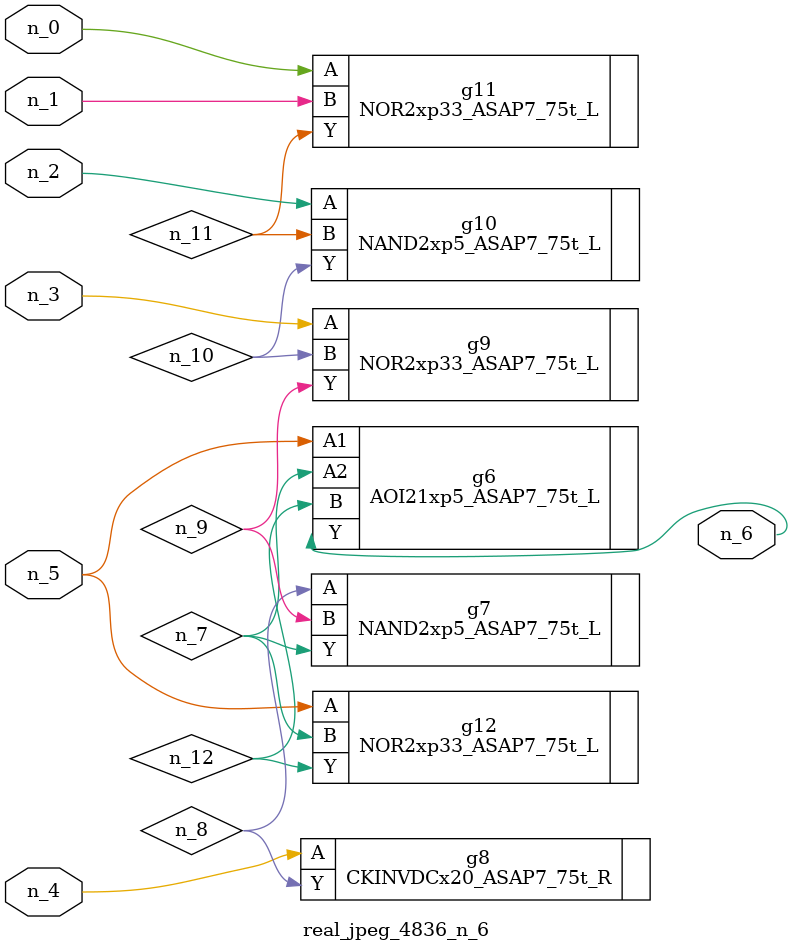
<source format=v>
module real_jpeg_4836_n_6 (n_5, n_4, n_0, n_1, n_2, n_3, n_6);

input n_5;
input n_4;
input n_0;
input n_1;
input n_2;
input n_3;

output n_6;

wire n_12;
wire n_8;
wire n_11;
wire n_7;
wire n_10;
wire n_9;

NOR2xp33_ASAP7_75t_L g11 ( 
.A(n_0),
.B(n_1),
.Y(n_11)
);

NAND2xp5_ASAP7_75t_L g10 ( 
.A(n_2),
.B(n_11),
.Y(n_10)
);

NOR2xp33_ASAP7_75t_L g9 ( 
.A(n_3),
.B(n_10),
.Y(n_9)
);

CKINVDCx20_ASAP7_75t_R g8 ( 
.A(n_4),
.Y(n_8)
);

AOI21xp5_ASAP7_75t_L g6 ( 
.A1(n_5),
.A2(n_7),
.B(n_12),
.Y(n_6)
);

NOR2xp33_ASAP7_75t_L g12 ( 
.A(n_5),
.B(n_7),
.Y(n_12)
);

NAND2xp5_ASAP7_75t_L g7 ( 
.A(n_8),
.B(n_9),
.Y(n_7)
);


endmodule
</source>
